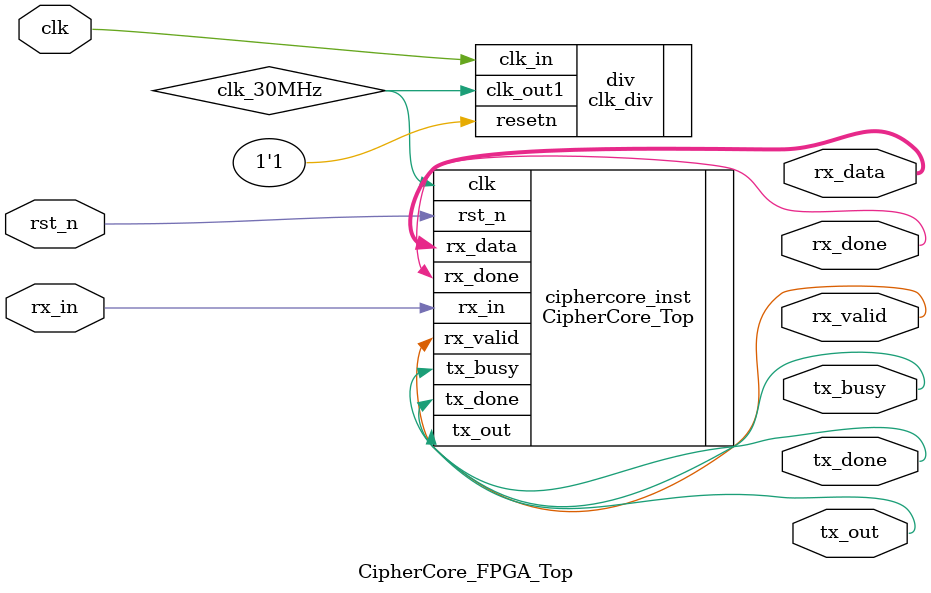
<source format=v>
/*
 * Copyright (c) 2024 James Ashie Kotey
 * SPDX-License-Identifier: Apache-2.0
 */

module CipherCore_FPGA_Top (

    input  wire         clk,             
    input  wire         rst_n,
    // rx interface
    input  wire         rx_in,
    output wire  [7:0]  rx_data,
    output wire         rx_done,
    output wire         rx_valid,
    // tx interface
    output wire          tx_out,
    output wire         tx_done,
    output wire         tx_busy
);

    wire clk_30MHz;
    
    clk_div div (
      .clk_in(clk),         // input clk_in
      .resetn(1'b1),        // don't reset the clk div (synchronous reset)
      .clk_out1(clk_30MHz)  // Clock out ports
    );
    
    CipherCore_Top ciphercore_inst (
      .clk(clk_30MHz),
      .rst_n(rst_n),
      // rx interface
      .rx_in(rx_in),
      .rx_data(rx_data),
      .rx_done(rx_done),
      .rx_valid(rx_valid),
      // tx interface
      .tx_out(tx_out),
      .tx_busy(tx_busy),
      .tx_done(tx_done)
    );

endmodule

</source>
